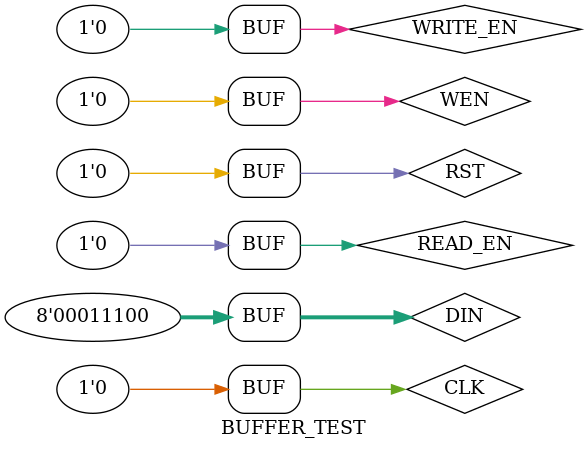
<source format=v>
`timescale 1ns/1ns

module BUFFER_TEST #(parameter NUM_BIT = 4, NUM_REG = 4, ADDR_REG = 2, PAR_WRITE = 2, PAR_READ = 1)
();

    reg CLK = 1'b0;
    reg RST = 1'b0;
    reg WEN = 1'b0;
    reg [PAR_WRITE * NUM_BIT - 1 : 0]DIN;
    reg WRITE_EN = 1'b0;
    reg READ_EN = 1'b0;
    wire [PAR_READ * NUM_BIT - 1 : 0]DOUT;
    wire FULL , EMPTY , READY , VALID;

    top_module FIFO_BUF(.clk(CLK) , .rst(RST) , .write_en(WRITE_EN) , .read_en(READ_EN) , .din(DIN) , .dout(DOUT) , .full(FULL) , .empty(EMPTY) , .ready(READY) , .valid(VALID));
    initial repeat(100) #350 CLK = ~CLK;
    initial begin
        #1000 RST = 1'b1;
        #1000 RST = 1'b0;
        #1000 DIN = 8'b10110010;
        #500  WRITE_EN = 1'b1;
        #400  WRITE_EN = 1'b0;
        #10 DIN = 8'b00011100;
        #340  WRITE_EN = 1'b1;
        #350  WRITE_EN = 1'b0;
        #330 READ_EN = 1'b1;
        #350 READ_EN = 1'b0;
        #350 READ_EN = 1'b1;
        #350 READ_EN = 1'b0;
        #500 {READ_EN , WRITE_EN} = 2'b11;
        #300 {READ_EN , WRITE_EN} = 2'b00;
        // #1000 DIN = 8'b11111111;
        // #500  WRITE_EN = 1'b1;
        // #400  WRITE_EN = 1'b0;
        // #750  READ_EN = 1'b1;
        // #400  READ_EN = 1'b0;
        // #1000  READ_EN = 1'b1;
        // #400  READ_EN = 1'b0;
    end
endmodule


</source>
